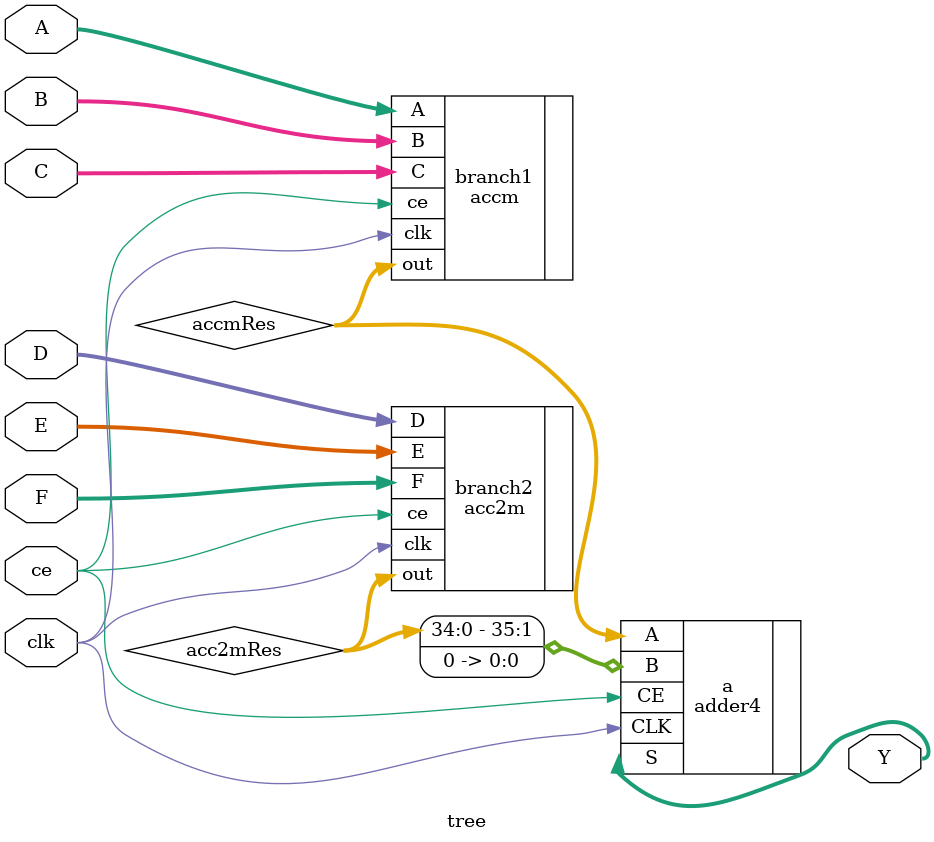
<source format=v>
`timescale 1ns / 1ps


module tree(
    input clk,
    input ce,
    input signed [17:0] A,
    input signed [7:0] B,
    input signed [11:0] C,
    input signed [7:0] D,
    input signed [13:0] E,
    input signed [18:0] F,
    output signed [36:0] Y
);

wire signed [30:0] accmRes;
wire signed [34:0] acc2mRes;

accm branch1 (
    .A(A),
    .B(B),
    .C(C),
    .clk(clk),
    .ce(ce),
    .out(accmRes)
);

acc2m branch2 (
    .D(D),
    .E(E),
    .F(F),
    .clk(clk),
    .ce(ce),
    .out(acc2mRes)
);

adder4 a (
    .A(accmRes),
    .B({acc2mRes, 1'b0}),
    .CLK(clk),
    .CE(ce),
    .S(Y)
);

endmodule

</source>
